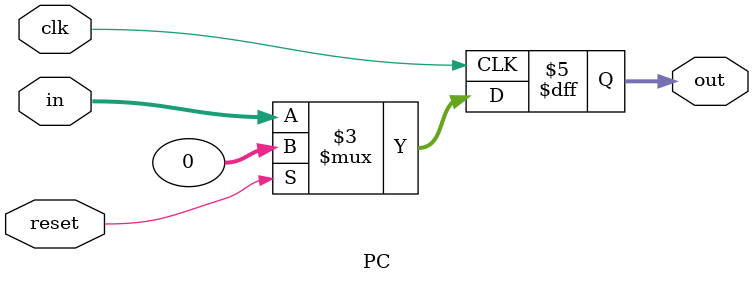
<source format=v>
`timescale 1ns / 1ns


module PC(
	 out,					  // mem address out
	 in,                  // mem address in
	 clk,
    reset
    );

parameter size = 32;

input clk;
input reset;
input [size-1:0] in;
output reg [size-1:0] out;

always @(posedge clk) begin

if (reset) 
out <= 0;
else
out <= in;

end

endmodule

</source>
